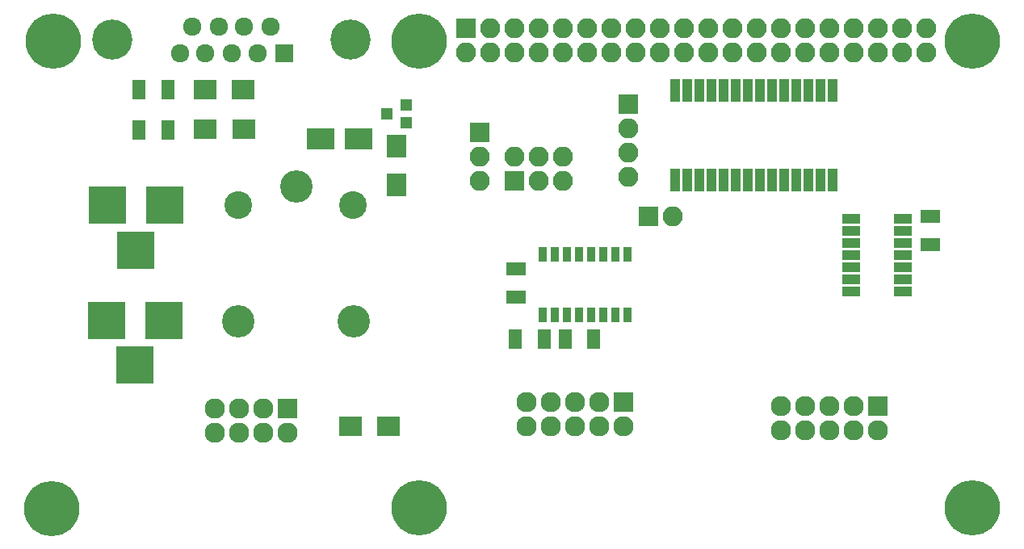
<source format=gbr>
G04 #@! TF.FileFunction,Soldermask,Top*
%FSLAX46Y46*%
G04 Gerber Fmt 4.6, Leading zero omitted, Abs format (unit mm)*
G04 Created by KiCad (PCBNEW 4.0.7) date 09/04/18 15:15:37*
%MOMM*%
%LPD*%
G01*
G04 APERTURE LIST*
%ADD10C,0.100000*%
%ADD11R,0.908000X1.543000*%
%ADD12C,4.210000*%
%ADD13R,1.924000X1.924000*%
%ADD14C,1.924000*%
%ADD15R,1.000000X2.400000*%
%ADD16C,2.900000*%
%ADD17C,3.400000*%
%ADD18R,2.100000X2.100000*%
%ADD19O,2.100000X2.100000*%
%ADD20R,2.900000X2.200000*%
%ADD21R,2.127200X2.127200*%
%ADD22O,2.127200X2.127200*%
%ADD23R,3.900000X3.900000*%
%ADD24R,1.400000X2.000000*%
%ADD25R,2.000000X1.400000*%
%ADD26C,5.800000*%
%ADD27R,1.300000X1.200000*%
%ADD28R,2.400000X2.100000*%
%ADD29R,2.100000X2.400000*%
%ADD30R,1.900000X1.000000*%
G04 APERTURE END LIST*
D10*
D11*
X185851800Y-97231200D03*
X188391800Y-97231200D03*
X189661800Y-97231200D03*
X190931800Y-97231200D03*
X192201800Y-97231200D03*
X193471800Y-97231200D03*
X194741800Y-97231200D03*
X194741800Y-103581200D03*
X193471800Y-103581200D03*
X192201800Y-103581200D03*
X190931800Y-103581200D03*
X189661800Y-103581200D03*
X188391800Y-103581200D03*
X187121800Y-103581200D03*
X185851800Y-103581200D03*
X187121800Y-97231200D03*
D12*
X165735000Y-74676000D03*
X140716000Y-74676000D03*
D13*
X158750000Y-76073000D03*
D14*
X155956000Y-76073000D03*
X153289000Y-76073000D03*
X150495000Y-76073000D03*
X147828000Y-76073000D03*
X157353000Y-73279000D03*
X154559000Y-73279000D03*
X151892000Y-73279000D03*
X149098000Y-73279000D03*
D15*
X216281000Y-79996300D03*
X215011000Y-79996300D03*
X213741000Y-79996300D03*
X212471000Y-79996300D03*
X211201000Y-79996300D03*
X209931000Y-79996300D03*
X208661000Y-79996300D03*
X207391000Y-79996300D03*
X206121000Y-79996300D03*
X204851000Y-79996300D03*
X203581000Y-79996300D03*
X202311000Y-79996300D03*
X201041000Y-79996300D03*
X199771000Y-79996300D03*
X199771000Y-89396300D03*
X201041000Y-89396300D03*
X202311000Y-89396300D03*
X203581000Y-89396300D03*
X204851000Y-89396300D03*
X206121000Y-89396300D03*
X207391000Y-89396300D03*
X208661000Y-89396300D03*
X209931000Y-89396300D03*
X211201000Y-89396300D03*
X212471000Y-89396300D03*
X213741000Y-89396300D03*
X215011000Y-89396300D03*
X216281000Y-89396300D03*
D16*
X153970000Y-91993000D03*
D17*
X153970000Y-104193000D03*
X166020000Y-104243000D03*
D16*
X165970000Y-91993000D03*
D17*
X160020000Y-90043000D03*
D18*
X177825400Y-73482200D03*
D19*
X177825400Y-76022200D03*
X180365400Y-73482200D03*
X180365400Y-76022200D03*
X182905400Y-73482200D03*
X182905400Y-76022200D03*
X185445400Y-73482200D03*
X185445400Y-76022200D03*
X187985400Y-73482200D03*
X187985400Y-76022200D03*
X190525400Y-73482200D03*
X190525400Y-76022200D03*
X193065400Y-73482200D03*
X193065400Y-76022200D03*
X195605400Y-73482200D03*
X195605400Y-76022200D03*
X198145400Y-73482200D03*
X198145400Y-76022200D03*
X200685400Y-73482200D03*
X200685400Y-76022200D03*
X203225400Y-73482200D03*
X203225400Y-76022200D03*
X205765400Y-73482200D03*
X205765400Y-76022200D03*
X208305400Y-73482200D03*
X208305400Y-76022200D03*
X210845400Y-73482200D03*
X210845400Y-76022200D03*
X213385400Y-73482200D03*
X213385400Y-76022200D03*
X215925400Y-73482200D03*
X215925400Y-76022200D03*
X218465400Y-73482200D03*
X218465400Y-76022200D03*
X221005400Y-73482200D03*
X221005400Y-76022200D03*
X223545400Y-73482200D03*
X223545400Y-76022200D03*
X226085400Y-73482200D03*
X226085400Y-76022200D03*
D20*
X162592000Y-85090000D03*
X166592000Y-85090000D03*
D21*
X159105600Y-113385600D03*
D22*
X159105600Y-115925600D03*
X156565600Y-113385600D03*
X156565600Y-115925600D03*
X154025600Y-113385600D03*
X154025600Y-115925600D03*
X151485600Y-113385600D03*
X151485600Y-115925600D03*
D23*
X146151600Y-104114600D03*
X140151600Y-104114600D03*
X143151600Y-108814600D03*
D24*
X183031000Y-106095800D03*
X186031000Y-106095800D03*
D25*
X183032400Y-101703000D03*
X183032400Y-98703000D03*
D24*
X188212600Y-106121200D03*
X191212600Y-106121200D03*
D25*
X226542600Y-93191200D03*
X226542600Y-96191200D03*
D18*
X194868800Y-81462880D03*
D19*
X194868800Y-84002880D03*
X194868800Y-86542880D03*
X194868800Y-89082880D03*
D23*
X146202400Y-92049600D03*
X140202400Y-92049600D03*
X143202400Y-96749600D03*
D21*
X194360800Y-112674400D03*
D22*
X194360800Y-115214400D03*
X191820800Y-112674400D03*
X191820800Y-115214400D03*
X189280800Y-112674400D03*
X189280800Y-115214400D03*
X186740800Y-112674400D03*
X186740800Y-115214400D03*
X184200800Y-112674400D03*
X184200800Y-115214400D03*
D21*
X221030800Y-113131600D03*
D22*
X221030800Y-115671600D03*
X218490800Y-113131600D03*
X218490800Y-115671600D03*
X215950800Y-113131600D03*
X215950800Y-115671600D03*
X213410800Y-113131600D03*
X213410800Y-115671600D03*
X210870800Y-113131600D03*
X210870800Y-115671600D03*
D26*
X172923200Y-123799600D03*
X230911400Y-123799600D03*
X134429500Y-123825000D03*
X230911400Y-74803000D03*
X134594600Y-74803000D03*
X172923200Y-74803000D03*
D27*
X171561000Y-83398400D03*
X171561000Y-81498400D03*
X169561000Y-82448400D03*
D28*
X154514300Y-84086700D03*
X150514300Y-84086700D03*
X154438100Y-79895700D03*
X150438100Y-79895700D03*
D29*
X170535600Y-85884000D03*
X170535600Y-89884000D03*
D30*
X223603800Y-101053900D03*
X223603800Y-99783900D03*
X223603800Y-98513900D03*
X223603800Y-97243900D03*
X223603800Y-95973900D03*
X223603800Y-94703900D03*
X223603800Y-93433900D03*
X218203800Y-93433900D03*
X218203800Y-94703900D03*
X218203800Y-95973900D03*
X218203800Y-97243900D03*
X218203800Y-98513900D03*
X218203800Y-99783900D03*
X218203800Y-101053900D03*
D24*
X143559400Y-84112100D03*
X146559400Y-84112100D03*
X143546700Y-79946500D03*
X146546700Y-79946500D03*
D18*
X196977000Y-93243400D03*
D19*
X199517000Y-93243400D03*
D28*
X165716200Y-115265200D03*
X169716200Y-115265200D03*
D18*
X179298600Y-84404200D03*
D19*
X179298600Y-86944200D03*
X179298600Y-89484200D03*
D18*
X182905400Y-89458800D03*
D19*
X182905400Y-86918800D03*
X185445400Y-89458800D03*
X185445400Y-86918800D03*
X187985400Y-89458800D03*
X187985400Y-86918800D03*
M02*

</source>
